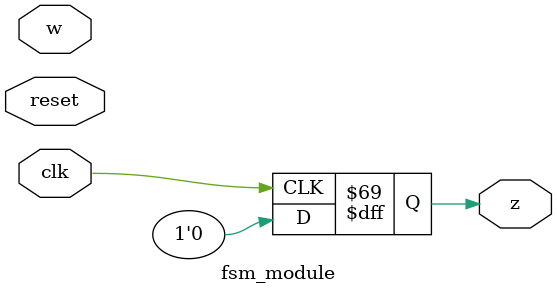
<source format=v>
module fsm_module (clk, reset, w, z);
    input clk, reset, w;
    output reg z;
    reg [2:0] current_state, next_state;
    parameter A=3'b001, B=3'b010, C=3'b011, D=3'b100, E=3'b101, F=3'b110;
    
    always @(current_state, w)
        case (current_state)
            A: if (w) next_state=B; else next_state=A;
            B: if (w) next_state=C; else next_state=E;
            C: if (w) next_state=C; else next_state=D;
            D: if (w) next_state=F; else next_state=A;
            E: if (w) next_state=F; else next_state=A;
            F: if (w) next_state=C; else next_state=E;
        endcase
        
    always @(negedge reset, posedge clk)
        if (!reset) current_state <= A;
        else current_state <= next_state;
        
    always @(posedge clk)
        if ((current_state == D) || (current_state == F)) begin
            z <= 2;
        end
        else begin
            z <= 0;
        end
endmodule
</source>
